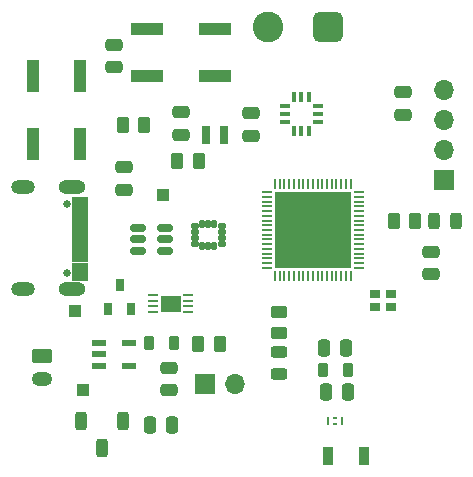
<source format=gbr>
%TF.GenerationSoftware,KiCad,Pcbnew,8.0.3*%
%TF.CreationDate,2024-11-24T21:53:37-06:00*%
%TF.ProjectId,wearable_som,77656172-6162-46c6-955f-736f6d2e6b69,rev?*%
%TF.SameCoordinates,Original*%
%TF.FileFunction,Soldermask,Top*%
%TF.FilePolarity,Negative*%
%FSLAX46Y46*%
G04 Gerber Fmt 4.6, Leading zero omitted, Abs format (unit mm)*
G04 Created by KiCad (PCBNEW 8.0.3) date 2024-11-24 21:53:37*
%MOMM*%
%LPD*%
G01*
G04 APERTURE LIST*
G04 Aperture macros list*
%AMRoundRect*
0 Rectangle with rounded corners*
0 $1 Rounding radius*
0 $2 $3 $4 $5 $6 $7 $8 $9 X,Y pos of 4 corners*
0 Add a 4 corners polygon primitive as box body*
4,1,4,$2,$3,$4,$5,$6,$7,$8,$9,$2,$3,0*
0 Add four circle primitives for the rounded corners*
1,1,$1+$1,$2,$3*
1,1,$1+$1,$4,$5*
1,1,$1+$1,$6,$7*
1,1,$1+$1,$8,$9*
0 Add four rect primitives between the rounded corners*
20,1,$1+$1,$2,$3,$4,$5,0*
20,1,$1+$1,$4,$5,$6,$7,0*
20,1,$1+$1,$6,$7,$8,$9,0*
20,1,$1+$1,$8,$9,$2,$3,0*%
G04 Aperture macros list end*
%ADD10C,0.010000*%
%ADD11RoundRect,0.243750X0.243750X0.456250X-0.243750X0.456250X-0.243750X-0.456250X0.243750X-0.456250X0*%
%ADD12R,0.279400X0.711200*%
%ADD13R,0.457200X0.254000*%
%ADD14R,1.000000X1.000000*%
%ADD15RoundRect,0.250000X0.475000X-0.250000X0.475000X0.250000X-0.475000X0.250000X-0.475000X-0.250000X0*%
%ADD16RoundRect,0.250000X-0.475000X0.250000X-0.475000X-0.250000X0.475000X-0.250000X0.475000X0.250000X0*%
%ADD17RoundRect,0.250000X-0.262500X-0.450000X0.262500X-0.450000X0.262500X0.450000X-0.262500X0.450000X0*%
%ADD18RoundRect,0.250000X-0.250000X-0.475000X0.250000X-0.475000X0.250000X0.475000X-0.250000X0.475000X0*%
%ADD19R,1.700000X1.700000*%
%ADD20O,1.700000X1.700000*%
%ADD21RoundRect,0.218750X-0.218750X-0.381250X0.218750X-0.381250X0.218750X0.381250X-0.218750X0.381250X0*%
%ADD22O,2.004000X1.204000*%
%ADD23O,2.304000X1.204000*%
%ADD24C,0.650000*%
%ADD25RoundRect,0.062500X-0.337500X-0.062500X0.337500X-0.062500X0.337500X0.062500X-0.337500X0.062500X0*%
%ADD26R,1.700000X1.400000*%
%ADD27RoundRect,0.250000X0.250000X0.550000X-0.250000X0.550000X-0.250000X-0.550000X0.250000X-0.550000X0*%
%ADD28RoundRect,0.102000X0.237500X0.125000X-0.237500X0.125000X-0.237500X-0.125000X0.237500X-0.125000X0*%
%ADD29RoundRect,0.102000X0.125000X0.237500X-0.125000X0.237500X-0.125000X-0.237500X0.125000X-0.237500X0*%
%ADD30RoundRect,0.150000X-0.512500X-0.150000X0.512500X-0.150000X0.512500X0.150000X-0.512500X0.150000X0*%
%ADD31R,0.650000X1.100000*%
%ADD32R,1.000000X2.750000*%
%ADD33RoundRect,0.250000X0.250000X0.475000X-0.250000X0.475000X-0.250000X-0.475000X0.250000X-0.475000X0*%
%ADD34RoundRect,0.650000X0.650000X0.650000X-0.650000X0.650000X-0.650000X-0.650000X0.650000X-0.650000X0*%
%ADD35C,2.600000*%
%ADD36R,0.950000X0.350000*%
%ADD37R,0.350000X0.950000*%
%ADD38RoundRect,0.250000X-0.625000X0.350000X-0.625000X-0.350000X0.625000X-0.350000X0.625000X0.350000X0*%
%ADD39O,1.750000X1.200000*%
%ADD40R,2.750000X1.000000*%
%ADD41RoundRect,0.243750X0.456250X-0.243750X0.456250X0.243750X-0.456250X0.243750X-0.456250X-0.243750X0*%
%ADD42RoundRect,0.062500X-0.400000X-0.062500X0.400000X-0.062500X0.400000X0.062500X-0.400000X0.062500X0*%
%ADD43RoundRect,0.062500X-0.062500X-0.400000X0.062500X-0.400000X0.062500X0.400000X-0.062500X0.400000X0*%
%ADD44R,6.400000X6.400000*%
%ADD45RoundRect,0.250000X-0.450000X0.262500X-0.450000X-0.262500X0.450000X-0.262500X0.450000X0.262500X0*%
%ADD46R,0.863600X1.600200*%
%ADD47R,1.200000X0.600000*%
%ADD48R,0.800000X1.500000*%
%ADD49R,0.900000X0.800000*%
G04 APERTURE END LIST*
D10*
%TO.C,J2*%
X101050000Y-132065000D02*
X99800000Y-132065000D01*
X99800000Y-131365000D01*
X101050000Y-131365000D01*
X101050000Y-132065000D01*
G36*
X101050000Y-132065000D02*
G01*
X99800000Y-132065000D01*
X99800000Y-131365000D01*
X101050000Y-131365000D01*
X101050000Y-132065000D01*
G37*
X101050000Y-131265000D02*
X99800000Y-131265000D01*
X99800000Y-130565000D01*
X101050000Y-130565000D01*
X101050000Y-131265000D01*
G36*
X101050000Y-131265000D02*
G01*
X99800000Y-131265000D01*
X99800000Y-130565000D01*
X101050000Y-130565000D01*
X101050000Y-131265000D01*
G37*
X101050000Y-130465000D02*
X99800000Y-130465000D01*
X99800000Y-130065000D01*
X101050000Y-130065000D01*
X101050000Y-130465000D01*
G36*
X101050000Y-130465000D02*
G01*
X99800000Y-130465000D01*
X99800000Y-130065000D01*
X101050000Y-130065000D01*
X101050000Y-130465000D01*
G37*
X101050000Y-129965000D02*
X99800000Y-129965000D01*
X99800000Y-129565000D01*
X101050000Y-129565000D01*
X101050000Y-129965000D01*
G36*
X101050000Y-129965000D02*
G01*
X99800000Y-129965000D01*
X99800000Y-129565000D01*
X101050000Y-129565000D01*
X101050000Y-129965000D01*
G37*
X101050000Y-129465000D02*
X99800000Y-129465000D01*
X99800000Y-129065000D01*
X101050000Y-129065000D01*
X101050000Y-129465000D01*
G36*
X101050000Y-129465000D02*
G01*
X99800000Y-129465000D01*
X99800000Y-129065000D01*
X101050000Y-129065000D01*
X101050000Y-129465000D01*
G37*
X101050000Y-128965000D02*
X99800000Y-128965000D01*
X99800000Y-128565000D01*
X101050000Y-128565000D01*
X101050000Y-128965000D01*
G36*
X101050000Y-128965000D02*
G01*
X99800000Y-128965000D01*
X99800000Y-128565000D01*
X101050000Y-128565000D01*
X101050000Y-128965000D01*
G37*
X101050000Y-128465000D02*
X99800000Y-128465000D01*
X99800000Y-128065000D01*
X101050000Y-128065000D01*
X101050000Y-128465000D01*
G36*
X101050000Y-128465000D02*
G01*
X99800000Y-128465000D01*
X99800000Y-128065000D01*
X101050000Y-128065000D01*
X101050000Y-128465000D01*
G37*
X101050000Y-127965000D02*
X99800000Y-127965000D01*
X99800000Y-127565000D01*
X101050000Y-127565000D01*
X101050000Y-127965000D01*
G36*
X101050000Y-127965000D02*
G01*
X99800000Y-127965000D01*
X99800000Y-127565000D01*
X101050000Y-127565000D01*
X101050000Y-127965000D01*
G37*
X101050000Y-127465000D02*
X99800000Y-127465000D01*
X99800000Y-127065000D01*
X101050000Y-127065000D01*
X101050000Y-127465000D01*
G36*
X101050000Y-127465000D02*
G01*
X99800000Y-127465000D01*
X99800000Y-127065000D01*
X101050000Y-127065000D01*
X101050000Y-127465000D01*
G37*
X101050000Y-126965000D02*
X99800000Y-126965000D01*
X99800000Y-126565000D01*
X101050000Y-126565000D01*
X101050000Y-126965000D01*
G36*
X101050000Y-126965000D02*
G01*
X99800000Y-126965000D01*
X99800000Y-126565000D01*
X101050000Y-126565000D01*
X101050000Y-126965000D01*
G37*
X101050000Y-126465000D02*
X99800000Y-126465000D01*
X99800000Y-125765000D01*
X101050000Y-125765000D01*
X101050000Y-126465000D01*
G36*
X101050000Y-126465000D02*
G01*
X99800000Y-126465000D01*
X99800000Y-125765000D01*
X101050000Y-125765000D01*
X101050000Y-126465000D01*
G37*
X101050000Y-125665000D02*
X99800000Y-125665000D01*
X99800000Y-124965000D01*
X101050000Y-124965000D01*
X101050000Y-125665000D01*
G36*
X101050000Y-125665000D02*
G01*
X99800000Y-125665000D01*
X99800000Y-124965000D01*
X101050000Y-124965000D01*
X101050000Y-125665000D01*
G37*
%TD*%
D11*
%TO.C,D2*%
X132312500Y-127025000D03*
X130437500Y-127025000D03*
%TD*%
D12*
%TO.C,U4*%
X122684600Y-143975000D03*
D13*
X122075000Y-144203600D03*
D12*
X121465400Y-143975000D03*
D13*
X122075000Y-143746400D03*
%TD*%
D14*
%TO.C,TP1*%
X107550000Y-124800000D03*
%TD*%
D15*
%TO.C,C10*%
X104175000Y-124375000D03*
X104175000Y-122475000D03*
%TD*%
D16*
%TO.C,C2*%
X109000000Y-117850000D03*
X109000000Y-119750000D03*
%TD*%
D17*
%TO.C,R4*%
X127037500Y-127025000D03*
X128862500Y-127025000D03*
%TD*%
D18*
%TO.C,C5*%
X121125000Y-137775000D03*
X123025000Y-137775000D03*
%TD*%
D15*
%TO.C,C7*%
X127800000Y-118025000D03*
X127800000Y-116125000D03*
%TD*%
D19*
%TO.C,J1*%
X131325000Y-123545000D03*
D20*
X131325000Y-121005000D03*
X131325000Y-118465000D03*
X131325000Y-115925000D03*
%TD*%
D21*
%TO.C,FB1*%
X106312500Y-137375000D03*
X108437500Y-137375000D03*
%TD*%
D17*
%TO.C,R5*%
X104112500Y-118887500D03*
X105937500Y-118887500D03*
%TD*%
D19*
%TO.C,R10*%
X111110000Y-140875000D03*
D20*
X113650000Y-140875000D03*
%TD*%
D22*
%TO.C,J2*%
X95670000Y-132835000D03*
X95670000Y-124195000D03*
D23*
X99850000Y-132835000D03*
X99850000Y-124195000D03*
D24*
X99350000Y-131405000D03*
X99350000Y-125625000D03*
%TD*%
D25*
%TO.C,U3*%
X106700000Y-133275000D03*
X106700000Y-133775000D03*
X106700000Y-134275000D03*
X106700000Y-134775000D03*
X109600000Y-134775000D03*
X109600000Y-134275000D03*
X109600000Y-133775000D03*
X109600000Y-133275000D03*
D26*
X108150000Y-134025000D03*
%TD*%
D27*
%TO.C,SW2*%
X104100000Y-143975000D03*
X102350000Y-146275000D03*
X100600000Y-143975000D03*
%TD*%
D28*
%TO.C,U2*%
X112512500Y-128987500D03*
X112512500Y-128487500D03*
X112512500Y-127987500D03*
X112512500Y-127487500D03*
D29*
X111850000Y-127325000D03*
X111350000Y-127325000D03*
X110850000Y-127325000D03*
D28*
X110187500Y-127487500D03*
X110187500Y-127987500D03*
X110187500Y-128487500D03*
X110187500Y-128987500D03*
D29*
X110850000Y-129150000D03*
X111350000Y-129150000D03*
X111850000Y-129150000D03*
%TD*%
D30*
%TO.C,U6*%
X105375000Y-127650000D03*
X105375000Y-128600000D03*
X105375000Y-129550000D03*
X107650000Y-129550000D03*
X107650000Y-128600000D03*
X107650000Y-127650000D03*
%TD*%
D31*
%TO.C,Q1*%
X102890000Y-134525000D03*
X104810000Y-134525000D03*
X103850000Y-132425000D03*
%TD*%
D32*
%TO.C,SW3*%
X100500000Y-114800000D03*
X100500000Y-120550000D03*
X96500000Y-114800000D03*
X96500000Y-120550000D03*
%TD*%
D16*
%TO.C,C1*%
X114925000Y-117900000D03*
X114925000Y-119800000D03*
%TD*%
D18*
%TO.C,C4*%
X106400000Y-144325000D03*
X108300000Y-144325000D03*
%TD*%
D33*
%TO.C,C6*%
X123175000Y-141525000D03*
X121275000Y-141525000D03*
%TD*%
D34*
%TO.C,M1*%
X121515000Y-110600000D03*
D35*
X116435000Y-110600000D03*
%TD*%
D16*
%TO.C,C9*%
X130200000Y-129650000D03*
X130200000Y-131550000D03*
%TD*%
D36*
%TO.C,IC2*%
X120625000Y-118625000D03*
X120625000Y-117975000D03*
X120625000Y-117325000D03*
D37*
X119875000Y-116575000D03*
X119225000Y-116575000D03*
X118575000Y-116575000D03*
D36*
X117825000Y-117325000D03*
X117825000Y-117975000D03*
X117825000Y-118625000D03*
D37*
X118575000Y-119375000D03*
X119225000Y-119375000D03*
X119875000Y-119375000D03*
%TD*%
D16*
%TO.C,C11*%
X108025000Y-139475000D03*
X108025000Y-141375000D03*
%TD*%
D38*
%TO.C,BT1*%
X97275000Y-138450000D03*
D39*
X97275000Y-140450000D03*
%TD*%
D21*
%TO.C,L1*%
X121062500Y-139650000D03*
X123187500Y-139650000D03*
%TD*%
D40*
%TO.C,SW1*%
X111925000Y-114750000D03*
X106175000Y-114750000D03*
X111925000Y-110750000D03*
X106175000Y-110750000D03*
%TD*%
D41*
%TO.C,D3*%
X117350000Y-140025000D03*
X117350000Y-138150000D03*
%TD*%
D17*
%TO.C,R7*%
X110487500Y-137425000D03*
X112312500Y-137425000D03*
%TD*%
D42*
%TO.C,U1*%
X116312500Y-124600000D03*
X116312499Y-125000000D03*
X116312500Y-125400000D03*
X116312500Y-125800000D03*
X116312500Y-126200000D03*
X116312500Y-126599999D03*
X116312500Y-127000000D03*
X116312500Y-127400000D03*
X116312499Y-127800000D03*
X116312500Y-128200000D03*
X116312500Y-128600000D03*
X116312500Y-129000001D03*
X116312500Y-129400000D03*
X116312500Y-129800000D03*
X116312500Y-130200000D03*
X116312499Y-130600000D03*
X116312500Y-131000000D03*
D43*
X117000000Y-131687500D03*
X117400000Y-131687501D03*
X117800000Y-131687500D03*
X118200000Y-131687500D03*
X118600000Y-131687500D03*
X118999999Y-131687500D03*
X119400000Y-131687500D03*
X119800000Y-131687500D03*
X120200000Y-131687501D03*
X120600000Y-131687500D03*
X121000000Y-131687500D03*
X121400001Y-131687500D03*
X121800000Y-131687500D03*
X122200000Y-131687500D03*
X122600000Y-131687500D03*
X123000000Y-131687501D03*
X123400000Y-131687500D03*
D42*
X124087500Y-131000000D03*
X124087501Y-130600000D03*
X124087500Y-130200000D03*
X124087500Y-129800000D03*
X124087500Y-129400000D03*
X124087500Y-129000001D03*
X124087500Y-128600000D03*
X124087500Y-128200000D03*
X124087501Y-127800000D03*
X124087500Y-127400000D03*
X124087500Y-127000000D03*
X124087500Y-126599999D03*
X124087500Y-126200000D03*
X124087500Y-125800000D03*
X124087500Y-125400000D03*
X124087501Y-125000000D03*
X124087500Y-124600000D03*
D43*
X123400000Y-123912500D03*
X123000000Y-123912499D03*
X122600000Y-123912500D03*
X122200000Y-123912500D03*
X121800000Y-123912500D03*
X121400001Y-123912500D03*
X121000000Y-123912500D03*
X120600000Y-123912500D03*
X120200000Y-123912499D03*
X119800000Y-123912500D03*
X119400000Y-123912500D03*
X118999999Y-123912500D03*
X118600000Y-123912500D03*
X118200000Y-123912500D03*
X117800000Y-123912500D03*
X117400000Y-123912499D03*
X117000000Y-123912500D03*
D44*
X120200000Y-127800000D03*
%TD*%
D45*
%TO.C,R6*%
X117350000Y-134725000D03*
X117350000Y-136550000D03*
%TD*%
D46*
%TO.C,U5*%
X121526199Y-146950000D03*
X124573801Y-146950000D03*
%TD*%
D47*
%TO.C,IC1*%
X102125000Y-137375000D03*
X102125000Y-138325000D03*
X102125000Y-139275000D03*
X104625000Y-139275000D03*
X104625000Y-137375000D03*
%TD*%
D15*
%TO.C,C3*%
X103375000Y-114025000D03*
X103375000Y-112125000D03*
%TD*%
D17*
%TO.C,R9*%
X108712500Y-121975000D03*
X110537500Y-121975000D03*
%TD*%
D48*
%TO.C,Y2*%
X112675000Y-119775000D03*
X111175000Y-119775000D03*
%TD*%
D14*
%TO.C,TP2*%
X100100000Y-134675000D03*
%TD*%
%TO.C,TP3*%
X100775000Y-141350000D03*
%TD*%
D49*
%TO.C,Y1*%
X125425000Y-134350000D03*
X126825000Y-134350000D03*
X126825000Y-133250000D03*
X125425000Y-133250000D03*
%TD*%
M02*

</source>
